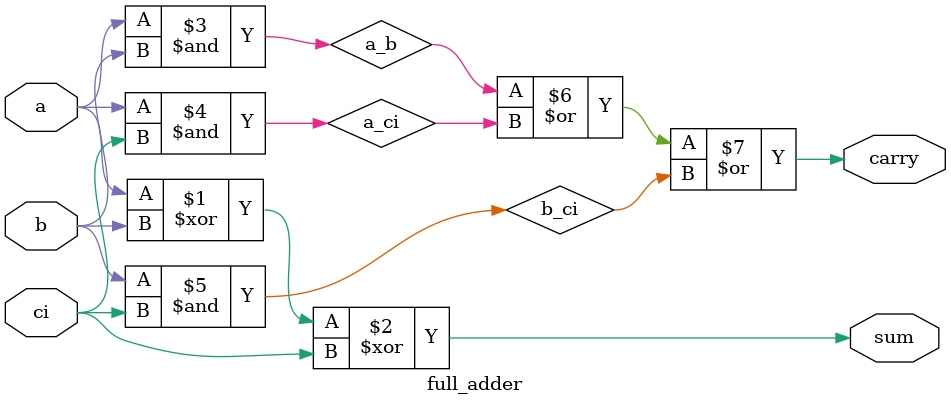
<source format=v>
module adder_subtr_8_bits (a, b, m, sum, co);

  input signed [7:0] a, b;
  wire signed [7:0] add_sub;
  output signed [7:0] sum;
  input m;
  output co;

  xor xor0(add_sub[0], b[0], m);
  xor xor1(add_sub[1], b[1], m);
  xor xor2(add_sub[2], b[2], m);
  xor xor3(add_sub[3], b[3], m);
  xor xor4(add_sub[4], b[4], m);
  xor xor5(add_sub[5], b[5], m);
  xor xor6(add_sub[6], b[6], m);
  xor xor7(add_sub[7], b[7], m);

  adder_8_bits adder(a, add_sub, m, sum, co);

endmodule // adder_subtr_8_bits

module adder_8_bits (a, b, ci, sum, co);

  input [7:0] a, b;
  input ci;
  output [7:0] sum;
  output co;
  wire carry1, carry2, carry3, carry4, carry5, carry6, carry7;

  full_adder add0(a[0], b[0], ci, sum[0], carry1);
  full_adder add1(a[1], b[1], carry1, sum[1], carry2);
  full_adder add2(a[2], b[2], carry2, sum[2], carry3);
  full_adder add3(a[3], b[3], carry3, sum[3], carry4);
  full_adder add4(a[4], b[4], carry4, sum[4], carry5);
  full_adder add5(a[5], b[5], carry5, sum[5], carry6);
  full_adder add6(a[6], b[6], carry6, sum[6], carry7);
  full_adder add7(a[7], b[7], carry7, sum[7], co);

endmodule // adder_8_bits


module full_adder (a, b, ci, sum, carry);

  input a, b, ci;
  output carry, sum;
  wire a_b, a_ci, b_ci;

  xor (sum, a, b, ci);
  and (a_b, a, b);
  and (a_ci, a, ci);
  and (b_ci, b, ci);
  or (carry, a_b, a_ci, b_ci);

endmodule // full_adder

</source>
